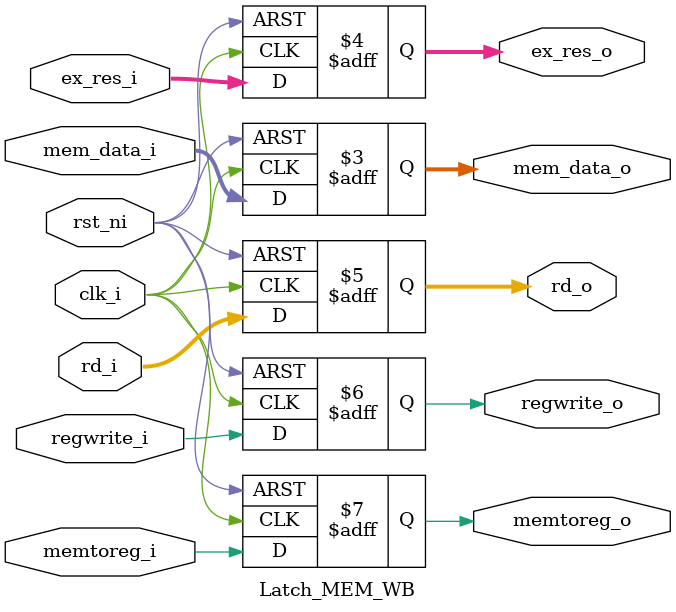
<source format=v>
module Latch_MEM_WB (
	input							clk_i,		
	input							rst_ni,		
	input				[63:0]	mem_data_i,	
	input				[63:0]	ex_res_i,	
	input				[4:0]		rd_i,
	input							regwrite_i,
	input							memtoreg_i,
	output	reg	[63:0]	mem_data_o,	
	output	reg	[63:0]	ex_res_o,	
	output	reg	[4:0]		rd_o,
	output	reg				regwrite_o,
	output	reg				memtoreg_o
);
	always @(posedge clk_i, negedge rst_ni)
		begin
		if(!rst_ni)
			begin
				mem_data_o	<= 64'h0;
				ex_res_o 	<= 64'h0;
				rd_o			<= 5'h0;
				regwrite_o	<=	1'h0;
				memtoreg_o	<= 1'h0;
			end
		else
			begin
				mem_data_o 	<= mem_data_i;
				ex_res_o 	<= ex_res_i;
				rd_o			<= rd_i;
				regwrite_o	<=	regwrite_i;
				memtoreg_o	<= memtoreg_i;
			end
		end
endmodule 
</source>
